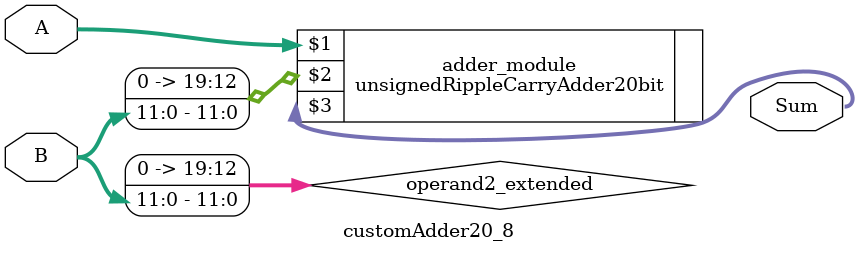
<source format=v>

module customAdder20_8(
                    input [19 : 0] A,
                    input [11 : 0] B,
                    
                    output [20 : 0] Sum
            );

    wire [19 : 0] operand2_extended;
    
    assign operand2_extended =  {8'b0, B};
    
    unsignedRippleCarryAdder20bit adder_module(
        A,
        operand2_extended,
        Sum
    );
    
endmodule
        
</source>
